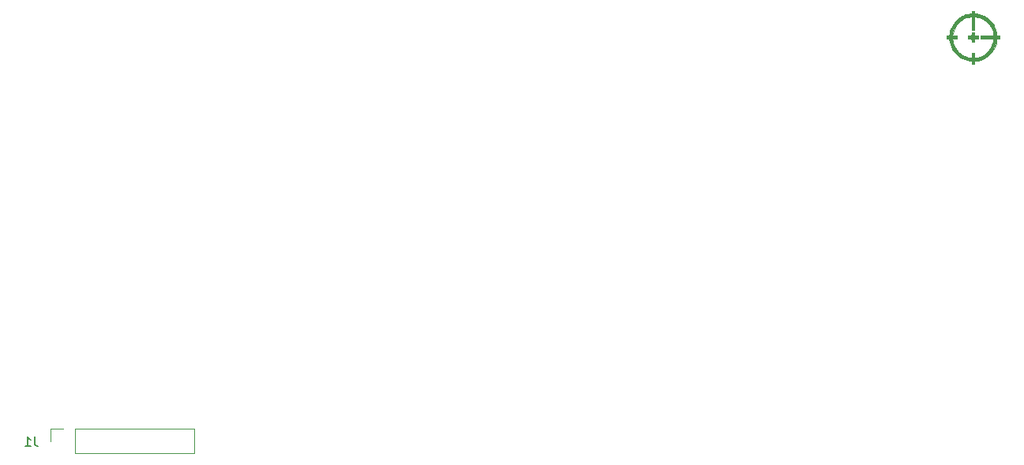
<source format=gbo>
G04 #@! TF.GenerationSoftware,KiCad,Pcbnew,5.1.8+dfsg1-1~bpo10+1*
G04 #@! TF.CreationDate,2021-01-28T17:28:13+00:00*
G04 #@! TF.ProjectId,mobo,6d6f626f-2e6b-4696-9361-645f70636258,rev?*
G04 #@! TF.SameCoordinates,Original*
G04 #@! TF.FileFunction,Legend,Bot*
G04 #@! TF.FilePolarity,Positive*
%FSLAX46Y46*%
G04 Gerber Fmt 4.6, Leading zero omitted, Abs format (unit mm)*
G04 Created by KiCad (PCBNEW 5.1.8+dfsg1-1~bpo10+1) date 2021-01-28 17:28:13*
%MOMM*%
%LPD*%
G01*
G04 APERTURE LIST*
%ADD10C,0.010000*%
%ADD11C,0.120000*%
%ADD12C,0.150000*%
G04 APERTURE END LIST*
D10*
G36*
X199030667Y-57656102D02*
G01*
X198936131Y-57665788D01*
X198677040Y-57706461D01*
X198421730Y-57775028D01*
X198170021Y-57871540D01*
X198049945Y-57928050D01*
X197907326Y-58003651D01*
X197780466Y-58081262D01*
X197662187Y-58166129D01*
X197545309Y-58263492D01*
X197422655Y-58378597D01*
X197393446Y-58407557D01*
X197273614Y-58532508D01*
X197172706Y-58650062D01*
X197085478Y-58767398D01*
X197006688Y-58891694D01*
X196931091Y-59030130D01*
X196913939Y-59064055D01*
X196803939Y-59314092D01*
X196721911Y-59567644D01*
X196667801Y-59824891D01*
X196651677Y-59950241D01*
X196641992Y-60044778D01*
X196349556Y-60044778D01*
X196349556Y-60369333D01*
X196642601Y-60369333D01*
X196652465Y-60464583D01*
X196692341Y-60721009D01*
X196758523Y-60971033D01*
X196851764Y-61217208D01*
X196913939Y-61350055D01*
X196989540Y-61492674D01*
X197067152Y-61619534D01*
X197152018Y-61737813D01*
X197249381Y-61854691D01*
X197364486Y-61977345D01*
X197393446Y-62006554D01*
X197518397Y-62126386D01*
X197635951Y-62227294D01*
X197753287Y-62314522D01*
X197877584Y-62393312D01*
X198016020Y-62468909D01*
X198049945Y-62486061D01*
X198299981Y-62596061D01*
X198553534Y-62678089D01*
X198810780Y-62732199D01*
X198936131Y-62748323D01*
X199030667Y-62758008D01*
X199030667Y-63050444D01*
X199355222Y-63050444D01*
X199355222Y-62758008D01*
X199449759Y-62748323D01*
X199708849Y-62707649D01*
X199964160Y-62639083D01*
X200215868Y-62542570D01*
X200335945Y-62486061D01*
X200478563Y-62410460D01*
X200605423Y-62332848D01*
X200723702Y-62247982D01*
X200840580Y-62150619D01*
X200963235Y-62035514D01*
X200992443Y-62006554D01*
X201112275Y-61881603D01*
X201213183Y-61764049D01*
X201300411Y-61646713D01*
X201379202Y-61522416D01*
X201454798Y-61383980D01*
X201471950Y-61350055D01*
X201581950Y-61100019D01*
X201663979Y-60846466D01*
X201718088Y-60589220D01*
X201734212Y-60463869D01*
X201743898Y-60369333D01*
X202036333Y-60369333D01*
X202036333Y-60044778D01*
X201743898Y-60044778D01*
X201405231Y-60044778D01*
X199990222Y-60044778D01*
X199990222Y-60369333D01*
X201405231Y-60369333D01*
X201395524Y-60464583D01*
X201359639Y-60684313D01*
X201297594Y-60904567D01*
X201211111Y-61121475D01*
X201101907Y-61331165D01*
X200971704Y-61529766D01*
X200859801Y-61670858D01*
X200706596Y-61828821D01*
X200531950Y-61973377D01*
X200340543Y-62101804D01*
X200137055Y-62211383D01*
X199926165Y-62299390D01*
X199712554Y-62363106D01*
X199643468Y-62378102D01*
X199570237Y-62392329D01*
X199517880Y-62401925D01*
X199479620Y-62407910D01*
X199448682Y-62411303D01*
X199418287Y-62413125D01*
X199408139Y-62413523D01*
X199355222Y-62415444D01*
X199355222Y-61921555D01*
X199030667Y-61921555D01*
X199030667Y-62419342D01*
X198935417Y-62409635D01*
X198716702Y-62373883D01*
X198497910Y-62312335D01*
X198283091Y-62227114D01*
X198076294Y-62120343D01*
X197881569Y-61994146D01*
X197702967Y-61850645D01*
X197544537Y-61691964D01*
X197526088Y-61670858D01*
X197381078Y-61483270D01*
X197255763Y-61281651D01*
X197151861Y-61069873D01*
X197071093Y-60851808D01*
X197015176Y-60631326D01*
X196990365Y-60464583D01*
X196980658Y-60369333D01*
X197478445Y-60369333D01*
X197478445Y-60044778D01*
X196980658Y-60044778D01*
X196990365Y-59949528D01*
X197026251Y-59729798D01*
X197088295Y-59509544D01*
X197174778Y-59292636D01*
X197283982Y-59082946D01*
X197414186Y-58884345D01*
X197526088Y-58743253D01*
X197681669Y-58582797D01*
X197857937Y-58437253D01*
X198050841Y-58308743D01*
X198256331Y-58199391D01*
X198470357Y-58111319D01*
X198688869Y-58046651D01*
X198907818Y-58007509D01*
X198935417Y-58004476D01*
X199030667Y-57994769D01*
X199030667Y-59409778D01*
X199355222Y-59409778D01*
X199355222Y-57994769D01*
X199450472Y-58004476D01*
X199669187Y-58040228D01*
X199887979Y-58101776D01*
X200102798Y-58186997D01*
X200309595Y-58293767D01*
X200504320Y-58419965D01*
X200682922Y-58563466D01*
X200841352Y-58722147D01*
X200859801Y-58743253D01*
X201004811Y-58930841D01*
X201130126Y-59132460D01*
X201234028Y-59344238D01*
X201314796Y-59562303D01*
X201370713Y-59782784D01*
X201395524Y-59949528D01*
X201405231Y-60044778D01*
X201743898Y-60044778D01*
X201734212Y-59950241D01*
X201693539Y-59691151D01*
X201624972Y-59435840D01*
X201528460Y-59184132D01*
X201471950Y-59064055D01*
X201396349Y-58921437D01*
X201318738Y-58794577D01*
X201233871Y-58676298D01*
X201136508Y-58559420D01*
X201021403Y-58436765D01*
X200992443Y-58407557D01*
X200867492Y-58287725D01*
X200749938Y-58186817D01*
X200632602Y-58099589D01*
X200508306Y-58020798D01*
X200369870Y-57945202D01*
X200335945Y-57928050D01*
X200085908Y-57818050D01*
X199832356Y-57736021D01*
X199575109Y-57681912D01*
X199449759Y-57665788D01*
X199355222Y-57656102D01*
X199355222Y-57363667D01*
X199030667Y-57363667D01*
X199030667Y-57656102D01*
G37*
X199030667Y-57656102D02*
X198936131Y-57665788D01*
X198677040Y-57706461D01*
X198421730Y-57775028D01*
X198170021Y-57871540D01*
X198049945Y-57928050D01*
X197907326Y-58003651D01*
X197780466Y-58081262D01*
X197662187Y-58166129D01*
X197545309Y-58263492D01*
X197422655Y-58378597D01*
X197393446Y-58407557D01*
X197273614Y-58532508D01*
X197172706Y-58650062D01*
X197085478Y-58767398D01*
X197006688Y-58891694D01*
X196931091Y-59030130D01*
X196913939Y-59064055D01*
X196803939Y-59314092D01*
X196721911Y-59567644D01*
X196667801Y-59824891D01*
X196651677Y-59950241D01*
X196641992Y-60044778D01*
X196349556Y-60044778D01*
X196349556Y-60369333D01*
X196642601Y-60369333D01*
X196652465Y-60464583D01*
X196692341Y-60721009D01*
X196758523Y-60971033D01*
X196851764Y-61217208D01*
X196913939Y-61350055D01*
X196989540Y-61492674D01*
X197067152Y-61619534D01*
X197152018Y-61737813D01*
X197249381Y-61854691D01*
X197364486Y-61977345D01*
X197393446Y-62006554D01*
X197518397Y-62126386D01*
X197635951Y-62227294D01*
X197753287Y-62314522D01*
X197877584Y-62393312D01*
X198016020Y-62468909D01*
X198049945Y-62486061D01*
X198299981Y-62596061D01*
X198553534Y-62678089D01*
X198810780Y-62732199D01*
X198936131Y-62748323D01*
X199030667Y-62758008D01*
X199030667Y-63050444D01*
X199355222Y-63050444D01*
X199355222Y-62758008D01*
X199449759Y-62748323D01*
X199708849Y-62707649D01*
X199964160Y-62639083D01*
X200215868Y-62542570D01*
X200335945Y-62486061D01*
X200478563Y-62410460D01*
X200605423Y-62332848D01*
X200723702Y-62247982D01*
X200840580Y-62150619D01*
X200963235Y-62035514D01*
X200992443Y-62006554D01*
X201112275Y-61881603D01*
X201213183Y-61764049D01*
X201300411Y-61646713D01*
X201379202Y-61522416D01*
X201454798Y-61383980D01*
X201471950Y-61350055D01*
X201581950Y-61100019D01*
X201663979Y-60846466D01*
X201718088Y-60589220D01*
X201734212Y-60463869D01*
X201743898Y-60369333D01*
X202036333Y-60369333D01*
X202036333Y-60044778D01*
X201743898Y-60044778D01*
X201405231Y-60044778D01*
X199990222Y-60044778D01*
X199990222Y-60369333D01*
X201405231Y-60369333D01*
X201395524Y-60464583D01*
X201359639Y-60684313D01*
X201297594Y-60904567D01*
X201211111Y-61121475D01*
X201101907Y-61331165D01*
X200971704Y-61529766D01*
X200859801Y-61670858D01*
X200706596Y-61828821D01*
X200531950Y-61973377D01*
X200340543Y-62101804D01*
X200137055Y-62211383D01*
X199926165Y-62299390D01*
X199712554Y-62363106D01*
X199643468Y-62378102D01*
X199570237Y-62392329D01*
X199517880Y-62401925D01*
X199479620Y-62407910D01*
X199448682Y-62411303D01*
X199418287Y-62413125D01*
X199408139Y-62413523D01*
X199355222Y-62415444D01*
X199355222Y-61921555D01*
X199030667Y-61921555D01*
X199030667Y-62419342D01*
X198935417Y-62409635D01*
X198716702Y-62373883D01*
X198497910Y-62312335D01*
X198283091Y-62227114D01*
X198076294Y-62120343D01*
X197881569Y-61994146D01*
X197702967Y-61850645D01*
X197544537Y-61691964D01*
X197526088Y-61670858D01*
X197381078Y-61483270D01*
X197255763Y-61281651D01*
X197151861Y-61069873D01*
X197071093Y-60851808D01*
X197015176Y-60631326D01*
X196990365Y-60464583D01*
X196980658Y-60369333D01*
X197478445Y-60369333D01*
X197478445Y-60044778D01*
X196980658Y-60044778D01*
X196990365Y-59949528D01*
X197026251Y-59729798D01*
X197088295Y-59509544D01*
X197174778Y-59292636D01*
X197283982Y-59082946D01*
X197414186Y-58884345D01*
X197526088Y-58743253D01*
X197681669Y-58582797D01*
X197857937Y-58437253D01*
X198050841Y-58308743D01*
X198256331Y-58199391D01*
X198470357Y-58111319D01*
X198688869Y-58046651D01*
X198907818Y-58007509D01*
X198935417Y-58004476D01*
X199030667Y-57994769D01*
X199030667Y-59409778D01*
X199355222Y-59409778D01*
X199355222Y-57994769D01*
X199450472Y-58004476D01*
X199669187Y-58040228D01*
X199887979Y-58101776D01*
X200102798Y-58186997D01*
X200309595Y-58293767D01*
X200504320Y-58419965D01*
X200682922Y-58563466D01*
X200841352Y-58722147D01*
X200859801Y-58743253D01*
X201004811Y-58930841D01*
X201130126Y-59132460D01*
X201234028Y-59344238D01*
X201314796Y-59562303D01*
X201370713Y-59782784D01*
X201395524Y-59949528D01*
X201405231Y-60044778D01*
X201743898Y-60044778D01*
X201734212Y-59950241D01*
X201693539Y-59691151D01*
X201624972Y-59435840D01*
X201528460Y-59184132D01*
X201471950Y-59064055D01*
X201396349Y-58921437D01*
X201318738Y-58794577D01*
X201233871Y-58676298D01*
X201136508Y-58559420D01*
X201021403Y-58436765D01*
X200992443Y-58407557D01*
X200867492Y-58287725D01*
X200749938Y-58186817D01*
X200632602Y-58099589D01*
X200508306Y-58020798D01*
X200369870Y-57945202D01*
X200335945Y-57928050D01*
X200085908Y-57818050D01*
X199832356Y-57736021D01*
X199575109Y-57681912D01*
X199449759Y-57665788D01*
X199355222Y-57656102D01*
X199355222Y-57363667D01*
X199030667Y-57363667D01*
X199030667Y-57656102D01*
G36*
X199027561Y-59857805D02*
G01*
X199023611Y-60037722D01*
X198843695Y-60041671D01*
X198663778Y-60045621D01*
X198663778Y-60368490D01*
X198843695Y-60372439D01*
X199023611Y-60376389D01*
X199027561Y-60556305D01*
X199031510Y-60736222D01*
X199354379Y-60736222D01*
X199358329Y-60556305D01*
X199362278Y-60376389D01*
X199542195Y-60372439D01*
X199722111Y-60368490D01*
X199722111Y-60045621D01*
X199542195Y-60041671D01*
X199362278Y-60037722D01*
X199358329Y-59857805D01*
X199354379Y-59677889D01*
X199031510Y-59677889D01*
X199027561Y-59857805D01*
G37*
X199027561Y-59857805D02*
X199023611Y-60037722D01*
X198843695Y-60041671D01*
X198663778Y-60045621D01*
X198663778Y-60368490D01*
X198843695Y-60372439D01*
X199023611Y-60376389D01*
X199027561Y-60556305D01*
X199031510Y-60736222D01*
X199354379Y-60736222D01*
X199358329Y-60556305D01*
X199362278Y-60376389D01*
X199542195Y-60372439D01*
X199722111Y-60368490D01*
X199722111Y-60045621D01*
X199542195Y-60041671D01*
X199362278Y-60037722D01*
X199358329Y-59857805D01*
X199354379Y-59677889D01*
X199031510Y-59677889D01*
X199027561Y-59857805D01*
D11*
X100270000Y-102175000D02*
X100270000Y-103505000D01*
X101600000Y-102175000D02*
X100270000Y-102175000D01*
X102870000Y-102175000D02*
X102870000Y-104835000D01*
X102870000Y-104835000D02*
X115630000Y-104835000D01*
X102870000Y-102175000D02*
X115630000Y-102175000D01*
X115630000Y-102175000D02*
X115630000Y-104835000D01*
D12*
X98533333Y-103052380D02*
X98533333Y-103766666D01*
X98580952Y-103909523D01*
X98676190Y-104004761D01*
X98819047Y-104052380D01*
X98914285Y-104052380D01*
X97533333Y-104052380D02*
X98104761Y-104052380D01*
X97819047Y-104052380D02*
X97819047Y-103052380D01*
X97914285Y-103195238D01*
X98009523Y-103290476D01*
X98104761Y-103338095D01*
M02*

</source>
